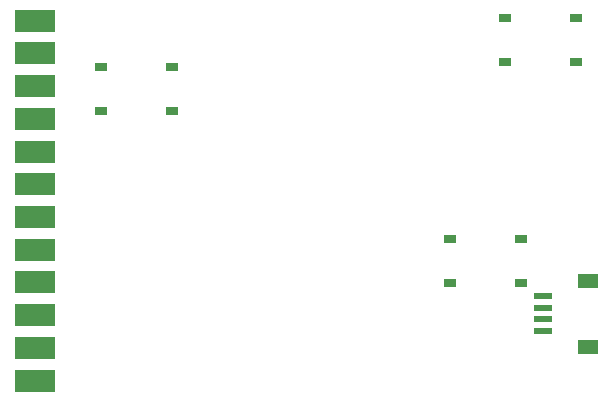
<source format=gbr>
%TF.GenerationSoftware,KiCad,Pcbnew,8.0.2*%
%TF.CreationDate,2024-12-18T21:07:28-06:00*%
%TF.ProjectId,Usb_Bridge,5573625f-4272-4696-9467-652e6b696361,rev?*%
%TF.SameCoordinates,Original*%
%TF.FileFunction,Paste,Bot*%
%TF.FilePolarity,Positive*%
%FSLAX46Y46*%
G04 Gerber Fmt 4.6, Leading zero omitted, Abs format (unit mm)*
G04 Created by KiCad (PCBNEW 8.0.2) date 2024-12-18 21:07:28*
%MOMM*%
%LPD*%
G01*
G04 APERTURE LIST*
%ADD10R,3.480000X1.846667*%
%ADD11R,1.000000X0.750000*%
%ADD12R,1.800000X1.200000*%
%ADD13R,1.550000X0.600000*%
G04 APERTURE END LIST*
D10*
%TO.C,J3*%
X2000000Y15235000D03*
X2000000Y12465000D03*
X2000000Y9695000D03*
X2000000Y6925000D03*
X2000000Y4155000D03*
X2000000Y1385000D03*
X2000000Y-1385000D03*
X2000000Y-4155000D03*
X2000000Y-6925000D03*
X2000000Y-9695000D03*
X2000000Y-12465000D03*
X2000000Y-15235000D03*
%TD*%
D11*
%TO.C,SW2*%
X37150000Y-6965000D03*
X43150000Y-6965000D03*
X37150000Y-3215000D03*
X43150000Y-3215000D03*
%TD*%
D12*
%TO.C,J4*%
X48845000Y-12365000D03*
X48845000Y-6765000D03*
D13*
X44970000Y-11065000D03*
X44970000Y-10065000D03*
X44970000Y-9065000D03*
X44970000Y-8065000D03*
%TD*%
D11*
%TO.C,SW3*%
X47760000Y15475000D03*
X41760000Y15475000D03*
X47760000Y11725000D03*
X41760000Y11725000D03*
%TD*%
%TO.C,SW1*%
X13580000Y11310000D03*
X7580000Y11310000D03*
X13580000Y7560000D03*
X7580000Y7560000D03*
%TD*%
M02*

</source>
